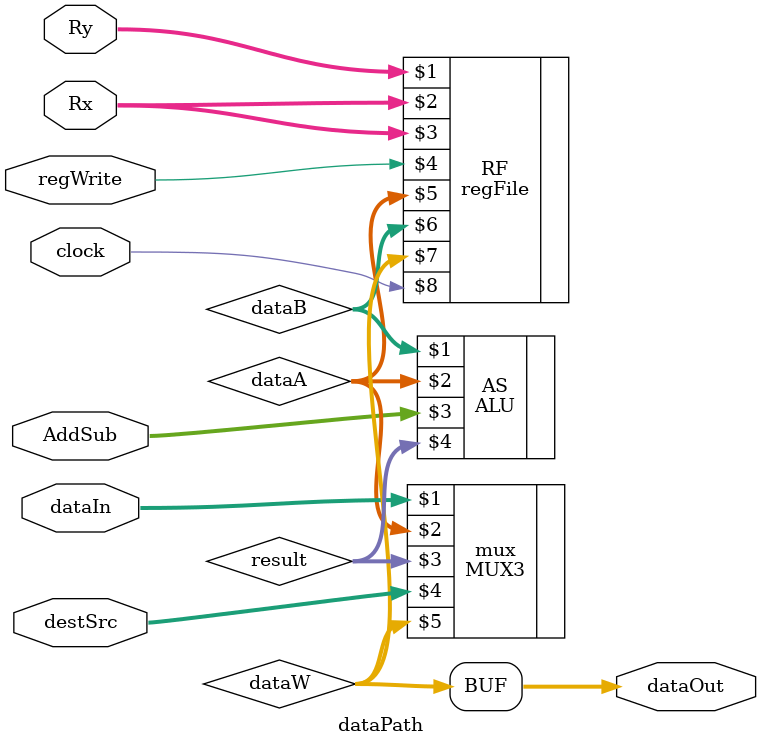
<source format=v>
`timescale 1ns / 1ps


module dataPath(
    input [7:0] dataIn,
	 input [2:0] Rx, Ry, 
    output [7:0] dataOut,
    input [2:0] AddSub,
    input [1:0] destSrc,//00 in 01 r 10 alu
    input regWrite,
	 input clock
    );
	
	wire [7:0] dataA,  dataB, dataW, result; 

	assign dataOut = dataW;
	
	regFile RF(Ry, Rx, Rx, regWrite, dataA, dataB, dataW, clock);
	
	ALU   AS(dataB, dataA, AddSub, result);
	
	MUX3  mux(dataIn, dataA, result, destSrc, dataW);
	


endmodule

</source>
